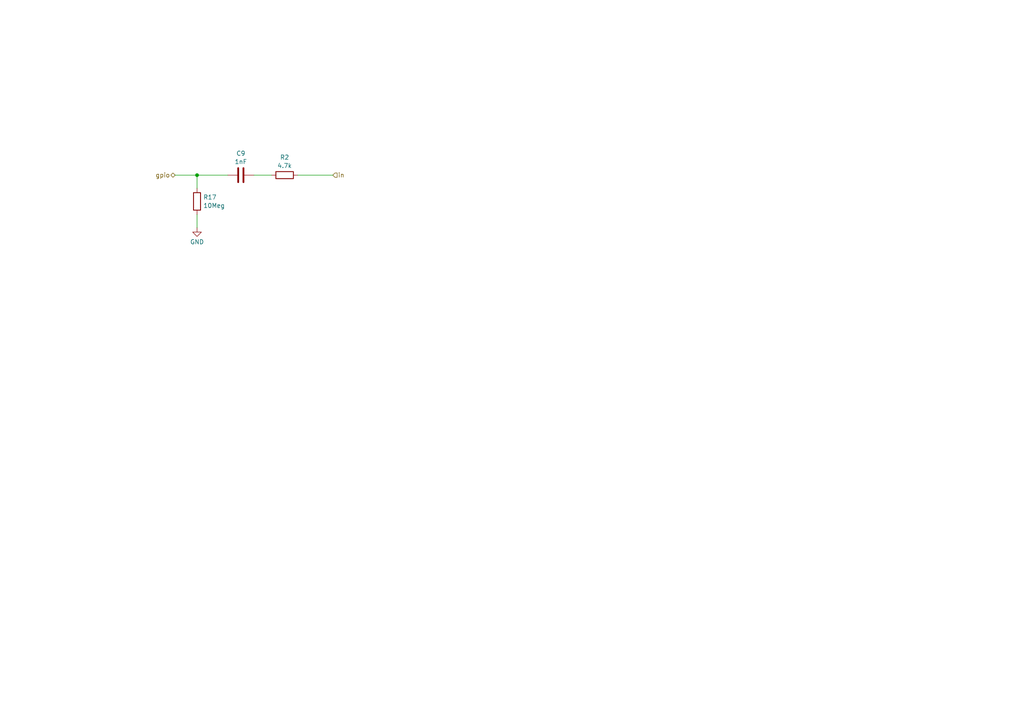
<source format=kicad_sch>
(kicad_sch (version 20230121) (generator eeschema)
  (paper "A4")
  (lib_symbols
    (symbol "Device:C" (pin_numbers hide) (pin_names (offset 0.254))
      (property "Reference" "C" (at 0.635 2.54 0))
      (property "Value" "C" (at 0.635 -2.54 0))
      (symbol "C_0_1"
        (polyline (pts (xy -2.032 -0.762) (xy 2.032 -0.762)) (stroke (width 0.508)))
        (polyline (pts (xy -2.032 0.762) (xy 2.032 0.762)) (stroke (width 0.508)))
      )
      (symbol "C_1_1"
        (pin passive line (at 0 3.81 270) (length 2.794) (name "~") (number "1"))
        (pin passive line (at 0 -3.81 90) (length 2.794) (name "~") (number "2"))
      )
    )
    (symbol "Device:R" (pin_numbers hide) (pin_names (offset 0))
      (property "Reference" "R" (at 2.032 0 90))
      (property "Value" "R" (at 0 0 90))
      (symbol "R_0_1"
        (rectangle (start -1.016 -2.54) (end 1.016 2.54) (stroke (width 0.254)))
      )
      (symbol "R_1_1"
        (pin passive line (at 0 3.81 270) (length 1.27) (name "~") (number "1"))
        (pin passive line (at 0 -3.81 90) (length 1.27) (name "~") (number "2"))
      )
    )
    (symbol "power:GND" (power) (pin_names (offset 0))
      (property "Value" "GND" (at 0 -3.81 0))
      (symbol "GND_0_1"
        (polyline (pts (xy 0 0) (xy 0 -1.27) (xy 1.27 -1.27) (xy 0 -2.54) (xy -1.27 -1.27) (xy 0 -1.27)))
      )
      (symbol "GND_1_1"
        (pin power_in line (at 0 0 270) (length 0) hide (name "GND") (number "1"))
      )
    )
  )
  (junction (at 57.15 50.8))
  (wire (pts (xy 57.15 62.23) (xy 57.15 66.04)))
  (wire (pts (xy 50.8 50.8) (xy 57.15 50.8)))
  (wire (pts (xy 57.15 50.8) (xy 66.04 50.8)))
  (wire (pts (xy 73.66 50.8) (xy 78.74 50.8)))
  (wire (pts (xy 86.36 50.8) (xy 96.52 50.8)))
  (wire (pts (xy 57.15 50.8) (xy 57.15 54.61)))
  (hierarchical_label "gpio" (shape bidirectional) (at 50.8 50.8 180))
  (hierarchical_label "in" (shape input) (at 96.52 50.8 0))
  (symbol (lib_id "Device:R") (at 57.15 58.42 0) (unit 1)
    (property "Reference" "R17" (at 58.928 57.2079 0) (effects (justify left)))
    (property "Value" "10Meg" (at 58.928 59.6321 0) (effects (justify left)))
    (property "Footprint" "Resistor_SMD:R_0603_1608Metric" (effects hide))
    (instances (project "touch_keyboard" (path "" (reference "R17") (unit 1)) (path "" (reference "R19") (unit 1)) (path "" (reference "R21") (unit 1)) (path "" (reference "R23") (unit 1)) (path "" (reference "R25") (unit 1)) (path "" (reference "R27") (unit 1)) (path "" (reference "R29") (unit 1)) (path "" (reference "R31") (unit 1)) (path "" (reference "R1") (unit 1)) (path "" (reference "R3") (unit 1)) (path "" (reference "R5") (unit 1)) (path "" (reference "R7") (unit 1)) (path "" (reference "R9") (unit 1)) (path "" (reference "R11") (unit 1)) (path "" (reference "R13") (unit 1)) (path "" (reference "R15") (unit 1))))
  )
  (symbol (lib_id "Device:C") (at 69.85 50.8 90) (unit 1)
    (property "Reference" "C9" (at 69.85 44.4967 90))
    (property "Value" "1nF" (at 69.85 46.9209 90))
    (property "Footprint" "Capacitor_SMD:C_0603_1608Metric" (effects hide))
    (instances (project "touch_keyboard" (path "" (reference "C9") (unit 1)) (path "" (reference "C10") (unit 1)) (path "" (reference "C11") (unit 1)) (path "" (reference "C12") (unit 1)) (path "" (reference "C13") (unit 1)) (path "" (reference "C14") (unit 1)) (path "" (reference "C15") (unit 1)) (path "" (reference "C16") (unit 1)) (path "" (reference "C1") (unit 1)) (path "" (reference "C2") (unit 1)) (path "" (reference "C3") (unit 1)) (path "" (reference "C4") (unit 1)) (path "" (reference "C5") (unit 1)) (path "" (reference "C6") (unit 1)) (path "" (reference "C7") (unit 1)) (path "" (reference "C8") (unit 1))))
  )
  (symbol (lib_id "Device:R") (at 82.55 50.8 90) (unit 1)
    (property "Reference" "R2" (at 82.55 45.6397 90))
    (property "Value" "4.7k" (at 82.55 48.0639 90))
    (property "Footprint" "Resistor_SMD:R_0603_1608Metric" (effects hide))
    (instances (project "touch_keyboard" (path "" (reference "R2") (unit 1)) (path "" (reference "R18") (unit 1)) (path "" (reference "R20") (unit 1)) (path "" (reference "R22") (unit 1)) (path "" (reference "R24") (unit 1)) (path "" (reference "R26") (unit 1)) (path "" (reference "R28") (unit 1)) (path "" (reference "R30") (unit 1)) (path "" (reference "R32") (unit 1)) (path "" (reference "R4") (unit 1)) (path "" (reference "R6") (unit 1)) (path "" (reference "R8") (unit 1)) (path "" (reference "R10") (unit 1)) (path "" (reference "R12") (unit 1)) (path "" (reference "R14") (unit 1)) (path "" (reference "R16") (unit 1))))
  )
  (symbol (lib_id "power:GND") (at 57.15 66.04 0) (unit 1)
    (property "Reference" "#PWR04" (effects hide))
    (property "Value" "GND" (at 57.15 70.1731 0))
    (instances (project "touch_keyboard" (path "" (reference "#PWR04") (unit 1)) (path "" (reference "#PWR05") (unit 1)) (path "" (reference "#PWR06") (unit 1)) (path "" (reference "#PWR07") (unit 1)) (path "" (reference "#PWR08") (unit 1)) (path "" (reference "#PWR09") (unit 1)) (path "" (reference "#PWR010") (unit 1)) (path "" (reference "#PWR011") (unit 1)) (path "" (reference "#PWR012") (unit 1)) (path "" (reference "#PWR013") (unit 1)) (path "" (reference "#PWR014") (unit 1)) (path "" (reference "#PWR015") (unit 1)) (path "" (reference "#PWR016") (unit 1)) (path "" (reference "#PWR017") (unit 1)) (path "" (reference "#PWR018") (unit 1)) (path "" (reference "#PWR019") (unit 1))))
  )
)
</source>
